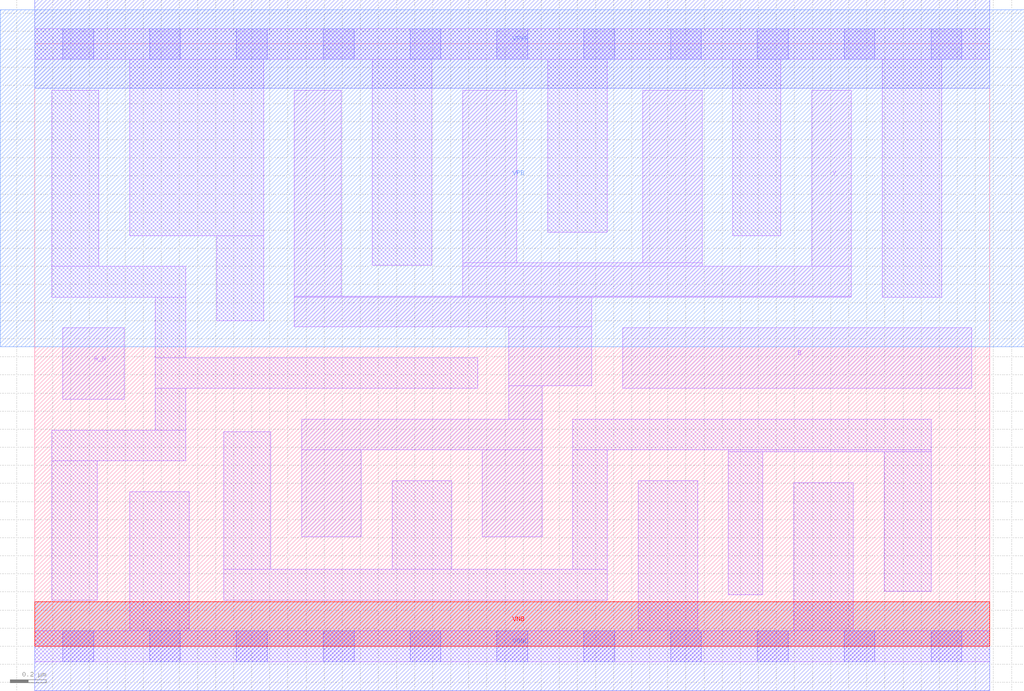
<source format=lef>
# Copyright 2020 The SkyWater PDK Authors
#
# Licensed under the Apache License, Version 2.0 (the "License");
# you may not use this file except in compliance with the License.
# You may obtain a copy of the License at
#
#     https://www.apache.org/licenses/LICENSE-2.0
#
# Unless required by applicable law or agreed to in writing, software
# distributed under the License is distributed on an "AS IS" BASIS,
# WITHOUT WARRANTIES OR CONDITIONS OF ANY KIND, either express or implied.
# See the License for the specific language governing permissions and
# limitations under the License.
#
# SPDX-License-Identifier: Apache-2.0

VERSION 5.7 ;
  NOWIREEXTENSIONATPIN ON ;
  DIVIDERCHAR "/" ;
  BUSBITCHARS "[]" ;
MACRO sky130_fd_sc_lp__nand2b_4
  CLASS CORE ;
  FOREIGN sky130_fd_sc_lp__nand2b_4 ;
  ORIGIN  0.000000  0.000000 ;
  SIZE  5.280000 BY  3.330000 ;
  SYMMETRY X Y R90 ;
  SITE unit ;
  PIN A_N
    ANTENNAGATEAREA  0.315000 ;
    DIRECTION INPUT ;
    USE SIGNAL ;
    PORT
      LAYER li1 ;
        RECT 0.155000 1.365000 0.495000 1.760000 ;
    END
  END A_N
  PIN B
    ANTENNAGATEAREA  1.260000 ;
    DIRECTION INPUT ;
    USE SIGNAL ;
    PORT
      LAYER li1 ;
        RECT 3.250000 1.425000 5.180000 1.760000 ;
    END
  END B
  PIN Y
    ANTENNADIFFAREA  2.016000 ;
    DIRECTION OUTPUT ;
    USE SIGNAL ;
    PORT
      LAYER li1 ;
        RECT 1.435000 1.765000 3.080000 1.930000 ;
        RECT 1.435000 1.930000 4.515000 1.935000 ;
        RECT 1.435000 1.935000 1.695000 3.075000 ;
        RECT 1.475000 0.605000 1.805000 1.085000 ;
        RECT 1.475000 1.085000 2.805000 1.255000 ;
        RECT 2.365000 1.935000 4.515000 2.100000 ;
        RECT 2.365000 2.100000 3.690000 2.120000 ;
        RECT 2.365000 2.120000 2.665000 3.075000 ;
        RECT 2.475000 0.605000 2.805000 1.085000 ;
        RECT 2.620000 1.255000 2.805000 1.440000 ;
        RECT 2.620000 1.440000 3.080000 1.765000 ;
        RECT 3.360000 2.120000 3.690000 3.075000 ;
        RECT 4.295000 2.100000 4.515000 3.075000 ;
    END
  END Y
  PIN VGND
    DIRECTION INOUT ;
    USE GROUND ;
    PORT
      LAYER met1 ;
        RECT 0.000000 -0.245000 5.280000 0.245000 ;
    END
  END VGND
  PIN VNB
    DIRECTION INOUT ;
    USE GROUND ;
    PORT
      LAYER pwell ;
        RECT 0.000000 0.000000 5.280000 0.245000 ;
    END
  END VNB
  PIN VPB
    DIRECTION INOUT ;
    USE POWER ;
    PORT
      LAYER nwell ;
        RECT -0.190000 1.655000 5.470000 3.520000 ;
    END
  END VPB
  PIN VPWR
    DIRECTION INOUT ;
    USE POWER ;
    PORT
      LAYER met1 ;
        RECT 0.000000 3.085000 5.280000 3.575000 ;
    END
  END VPWR
  OBS
    LAYER li1 ;
      RECT 0.000000 -0.085000 5.280000 0.085000 ;
      RECT 0.000000  3.245000 5.280000 3.415000 ;
      RECT 0.095000  0.255000 0.345000 1.025000 ;
      RECT 0.095000  1.025000 0.835000 1.195000 ;
      RECT 0.095000  1.930000 0.835000 2.100000 ;
      RECT 0.095000  2.100000 0.355000 3.075000 ;
      RECT 0.525000  0.085000 0.855000 0.855000 ;
      RECT 0.525000  2.270000 1.265000 3.245000 ;
      RECT 0.665000  1.195000 0.835000 1.425000 ;
      RECT 0.665000  1.425000 2.450000 1.595000 ;
      RECT 0.665000  1.595000 0.835000 1.930000 ;
      RECT 1.005000  1.800000 1.265000 2.270000 ;
      RECT 1.045000  0.255000 3.165000 0.425000 ;
      RECT 1.045000  0.425000 1.305000 1.185000 ;
      RECT 1.865000  2.105000 2.195000 3.245000 ;
      RECT 1.975000  0.425000 2.305000 0.915000 ;
      RECT 2.835000  2.290000 3.165000 3.245000 ;
      RECT 2.975000  0.425000 3.165000 1.085000 ;
      RECT 2.975000  1.085000 4.955000 1.255000 ;
      RECT 3.335000  0.085000 3.665000 0.915000 ;
      RECT 3.835000  0.285000 4.025000 1.075000 ;
      RECT 3.835000  1.075000 4.955000 1.085000 ;
      RECT 3.860000  2.270000 4.125000 3.245000 ;
      RECT 4.195000  0.085000 4.525000 0.905000 ;
      RECT 4.685000  1.930000 5.015000 3.245000 ;
      RECT 4.695000  0.305000 4.955000 1.075000 ;
    LAYER mcon ;
      RECT 0.155000 -0.085000 0.325000 0.085000 ;
      RECT 0.155000  3.245000 0.325000 3.415000 ;
      RECT 0.635000 -0.085000 0.805000 0.085000 ;
      RECT 0.635000  3.245000 0.805000 3.415000 ;
      RECT 1.115000 -0.085000 1.285000 0.085000 ;
      RECT 1.115000  3.245000 1.285000 3.415000 ;
      RECT 1.595000 -0.085000 1.765000 0.085000 ;
      RECT 1.595000  3.245000 1.765000 3.415000 ;
      RECT 2.075000 -0.085000 2.245000 0.085000 ;
      RECT 2.075000  3.245000 2.245000 3.415000 ;
      RECT 2.555000 -0.085000 2.725000 0.085000 ;
      RECT 2.555000  3.245000 2.725000 3.415000 ;
      RECT 3.035000 -0.085000 3.205000 0.085000 ;
      RECT 3.035000  3.245000 3.205000 3.415000 ;
      RECT 3.515000 -0.085000 3.685000 0.085000 ;
      RECT 3.515000  3.245000 3.685000 3.415000 ;
      RECT 3.995000 -0.085000 4.165000 0.085000 ;
      RECT 3.995000  3.245000 4.165000 3.415000 ;
      RECT 4.475000 -0.085000 4.645000 0.085000 ;
      RECT 4.475000  3.245000 4.645000 3.415000 ;
      RECT 4.955000 -0.085000 5.125000 0.085000 ;
      RECT 4.955000  3.245000 5.125000 3.415000 ;
  END
END sky130_fd_sc_lp__nand2b_4
END LIBRARY

</source>
